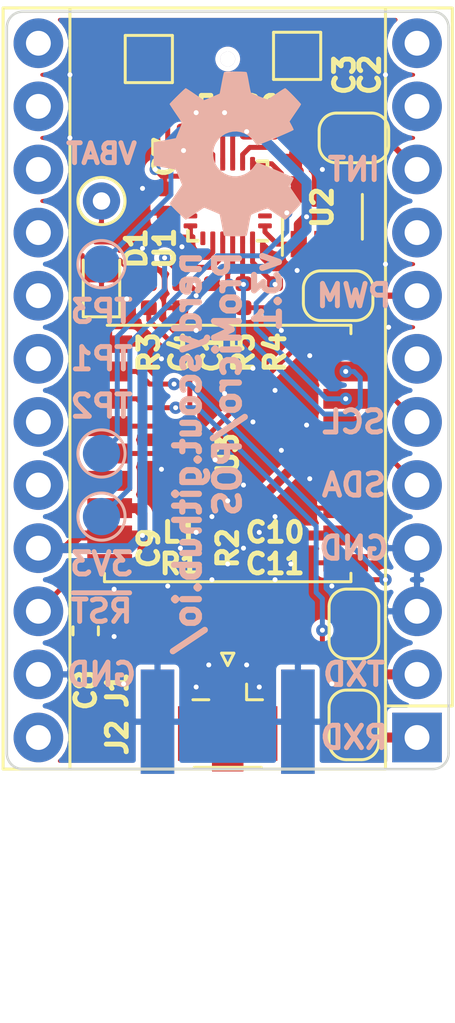
<source format=kicad_pcb>
(kicad_pcb (version 20171130) (host pcbnew 5.1.5+dfsg1-2build2)
  (title_block (title ProMicro_POS) (date 2020-10-12) (rev v3.2))
  (layers (0 F.Cu mixed) (31 B.Cu mixed) (34 B.Paste user) (35 F.Paste user) (36 B.SilkS user) (37 F.SilkS user) (38 B.Mask user) (39 F.Mask user) (44 Edge.Cuts user))
  (net 0 "")
  (net 1 GND)
  (net 2 +3V3)
  (net 3 "Net-(L1-Pad1)")
  (net 4 "Net-(D1-Pad2)")
  (net 5 "Net-(C5-Pad1)")
  (net 6 "Net-(R1-Pad2)")
  (net 7 "Net-(TP1-Pad1)")
  (net 8 "Net-(TP2-Pad1)")
  (net 9 "Net-(TP3-Pad1)")
  (net 10 "Net-(JP1-Pad1)")
  (net 11 "Net-(JP2-Pad1)")
  (net 12 +1V8)
  (net 13 "Net-(C10-Pad1)")
  (net 14 "Net-(C11-Pad1)")
  (net 15 "Net-(JP3-Pad1)")
  (net 16 "Net-(JP4-Pad2)")
  (net 17 "Net-(R3-Pad2)")
  (net 18 "Net-(TP4-Pad1)")
  (net 19 RXD)
  (net 20 TXD)
  (net 21 SDA)
  (net 22 SCL)
  (net 23 PWM)
  (net 24 ~RST)
  (module Symbol:OSHW-Symbol_6.7x6mm_SilkScreen (layer B.Cu) (at 144.78 78.105 270)
    (fp_text reference LOGO1 hide)
    (fp_text value Logo_Open_Hardware_Small hide)
  )
  (module Module:Sparkfun_Pro_Micro (layer F.Cu) (at 152.4 101.6 180)
    (fp_text reference A1 hide)
    (fp_text value Sparkfun_Pro_Micro)
    (pad 1 thru_hole rect (at 0 0 180) (size 2 2) (drill 1) (layers *.Cu *.Mask) (net 19 RXD))
    (pad 2 thru_hole oval (at 0 2.54 180) (size 2 2) (drill 1) (layers *.Cu *.Mask) (net 20 TXD))
    (pad 3 thru_hole oval (at 0 5.08 180) (size 2 2) (drill 1) (layers *.Cu *.Mask) (net 1 GND))
    (pad 13 thru_hole oval (at 15.24 27.94 180) (size 2 2) (drill 1) (layers *.Cu *.Mask))
    (pad 4 thru_hole oval (at 0 7.62 180) (size 2 2) (drill 1) (layers *.Cu *.Mask) (net 1 GND))
    (pad 14 thru_hole oval (at 15.24 25.4 180) (size 2 2) (drill 1) (layers *.Cu *.Mask))
    (pad 5 thru_hole oval (at 0 10.16 180) (size 2 2) (drill 1) (layers *.Cu *.Mask) (net 21 SDA))
    (pad 15 thru_hole oval (at 15.24 22.86 180) (size 2 2) (drill 1) (layers *.Cu *.Mask))
    (pad 6 thru_hole oval (at 0 12.7 180) (size 2 2) (drill 1) (layers *.Cu *.Mask) (net 22 SCL))
    (pad 16 thru_hole oval (at 15.24 20.32 180) (size 2 2) (drill 1) (layers *.Cu *.Mask))
    (pad 7 thru_hole oval (at 0 15.24 180) (size 2 2) (drill 1) (layers *.Cu *.Mask))
    (pad 17 thru_hole oval (at 15.24 17.78 180) (size 2 2) (drill 1) (layers *.Cu *.Mask))
    (pad 8 thru_hole oval (at 0 17.78 180) (size 2 2) (drill 1) (layers *.Cu *.Mask) (net 23 PWM))
    (pad 18 thru_hole oval (at 15.24 15.24 180) (size 2 2) (drill 1) (layers *.Cu *.Mask))
    (pad 9 thru_hole oval (at 0 20.32 180) (size 2 2) (drill 1) (layers *.Cu *.Mask))
    (pad 19 thru_hole oval (at 15.24 12.7 180) (size 2 2) (drill 1) (layers *.Cu *.Mask))
    (pad 10 thru_hole oval (at 0 22.86 180) (size 2 2) (drill 1) (layers *.Cu *.Mask))
    (pad 20 thru_hole oval (at 15.24 10.16 180) (size 2 2) (drill 1) (layers *.Cu *.Mask))
    (pad 11 thru_hole oval (at 0 25.4 180) (size 2 2) (drill 1) (layers *.Cu *.Mask))
    (pad 21 thru_hole oval (at 15.24 7.62 180) (size 2 2) (drill 1) (layers *.Cu *.Mask) (net 2 +3V3))
    (pad 12 thru_hole oval (at 0 27.94 180) (size 2 2) (drill 1) (layers *.Cu *.Mask))
    (pad 22 thru_hole oval (at 15.24 5.08 180) (size 2 2) (drill 1) (layers *.Cu *.Mask) (net 24 ~RST))
    (pad 23 thru_hole oval (at 15.24 2.54 180) (size 2 2) (drill 1) (layers *.Cu *.Mask) (net 1 GND))
    (pad 24 thru_hole oval (at 15.24 0 180) (size 2 2) (drill 1) (layers *.Cu *.Mask))
  )
  (module Resistor_SMD:R_0402_1005Metric (layer F.Cu) (at 145.415 83.82 90)
    (fp_text reference R5 (at -2.286 0 90) (layer F.SilkS) (effects (font (size 0.8 0.8) (thickness 0.2))))
    (fp_text value 4k7 hide)
    (pad 2 smd roundrect (at 0.485 0 90) (size 0.59 0.64) (layers F.Cu F.Paste F.Mask) (net 22 SCL))
    (pad 1 smd roundrect (at -0.485 0 90) (size 0.59 0.64) (layers F.Cu F.Paste F.Mask) (net 2 +3V3))
  )
  (module Resistor_SMD:R_0402_1005Metric (layer F.Cu) (at 146.685 83.82 90)
    (fp_text reference R4 (at -2.286 0 90) (layer F.SilkS) (effects (font (size 0.8 0.8) (thickness 0.2))))
    (fp_text value 4k7 hide)
    (pad 2 smd roundrect (at 0.485 0 90) (size 0.59 0.64) (layers F.Cu F.Paste F.Mask) (net 21 SDA))
    (pad 1 smd roundrect (at -0.485 0 90) (size 0.59 0.64) (layers F.Cu F.Paste F.Mask) (net 2 +3V3))
  )
  (module MountingHole:MountingHole_2.1mm (layer F.Cu) (at 144.78 74.295)
    (fp_text reference H2 hide)
    (fp_text value MountingHole hide)
    (pad "" thru_hole circle (at 0 0) (size 0.6 0.6) (drill 0.6) (layers *.Cu *.Mask))
  )
  (module Package_TO_SOT_SMD:SOT-23-5 (layer F.Cu) (at 148.59 80.645 90)
    (fp_text reference U2 (at 0.381 0 270) (layer F.SilkS) (effects (font (size 0.8 0.8) (thickness 0.2))))
    (fp_text value AP2112K-1.8 hide)
    (pad 5 smd rect (at 1.1 -0.95 90) (size 1.06 0.65) (layers F.Cu F.Paste F.Mask) (net 12 +1V8))
    (pad 4 smd rect (at 1.1 0.95 90) (size 1.06 0.65) (layers F.Cu F.Paste F.Mask))
    (pad 3 smd rect (at -1.1 0.95 90) (size 1.06 0.65) (layers F.Cu F.Paste F.Mask) (net 2 +3V3))
    (pad 2 smd rect (at -1.1 0 90) (size 1.06 0.65) (layers F.Cu F.Paste F.Mask) (net 1 GND))
    (pad 1 smd rect (at -1.1 -0.95 90) (size 1.06 0.65) (layers F.Cu F.Paste F.Mask) (net 2 +3V3))
  )
  (module Capacitor_SMD:C_0402_1005Metric (layer F.Cu) (at 147.574 77.724 90)
    (fp_text reference C3 (at 2.794 1.905 270) (layer F.SilkS) (effects (font (size 0.8 0.8) (thickness 0.2))))
    (fp_text value 100n hide)
    (pad 2 smd roundrect (at 0.485 0 90) (size 0.59 0.64) (layers F.Cu F.Paste F.Mask) (net 1 GND))
    (pad 1 smd roundrect (at -0.485 0 90) (size 0.59 0.64) (layers F.Cu F.Paste F.Mask) (net 12 +1V8))
  )
  (module Capacitor_SMD:C_0402_1005Metric (layer F.Cu) (at 150.876 80.01 90)
    (fp_text reference C2 (at 5.08 -0.381 90) (layer F.SilkS) (effects (font (size 0.8 0.8) (thickness 0.2))))
    (fp_text value 100n hide)
    (pad 2 smd roundrect (at 0.485 0 90) (size 0.59 0.64) (layers F.Cu F.Paste F.Mask) (net 1 GND))
    (pad 1 smd roundrect (at -0.485 0 90) (size 0.59 0.64) (layers F.Cu F.Paste F.Mask) (net 2 +3V3))
  )
  (module Capacitor_SMD:C_0402_1005Metric (layer F.Cu) (at 144.145 83.82 270)
    (fp_text reference C1 (at 2.286 0 270) (layer F.SilkS) (effects (font (size 0.8 0.8) (thickness 0.2))))
    (fp_text value 100n hide)
    (pad 2 smd roundrect (at 0.485 0 270) (size 0.59 0.64) (layers F.Cu F.Paste F.Mask) (net 1 GND))
    (pad 1 smd roundrect (at -0.485 0 270) (size 0.59 0.64) (layers F.Cu F.Paste F.Mask) (net 2 +3V3))
  )
  (module TestPoint:TestPoint_Pad_D1.5mm (layer B.Cu) (at 139.7 92.71)
    (fp_text reference TP2 (at 0 -4.445) (layer B.SilkS) (effects (font (size 0.9 0.9) (thickness 0.2)) (justify mirror)))
    (fp_text value AUX_SCL hide)
    (pad 1 smd circle (at 0 0) (size 1.5 1.5) (layers B.Cu B.Mask) (net 8 "Net-(TP2-Pad1)"))
  )
  (module TestPoint:TestPoint_Pad_D1.5mm (layer B.Cu) (at 139.7 90.17)
    (fp_text reference TP1 (at 0 -3.81) (layer B.SilkS) (effects (font (size 0.9 0.9) (thickness 0.2)) (justify mirror)))
    (fp_text value AUX_SDA hide)
    (pad 1 smd circle (at 0 0) (size 1.5 1.5) (layers B.Cu B.Mask) (net 7 "Net-(TP1-Pad1)"))
  )
  (module TestPoint:TestPoint_Pad_D1.5mm (layer B.Cu) (at 139.7 82.55)
    (fp_text reference TP3 (at 0 1.905 180) (layer B.SilkS) (effects (font (size 0.9 0.9) (thickness 0.2)) (justify mirror)))
    (fp_text value FSYNC hide)
    (pad 1 smd circle (at 0 0) (size 1.5 1.5) (layers B.Cu B.Mask) (net 9 "Net-(TP3-Pad1)"))
  )
  (module TestPoint:TestPoint_THTPad_D1.5mm_Drill0.7mm (layer F.Cu) (at 139.7 80.01)
    (fp_text reference TP4 hide)
    (fp_text value VBAT (at 0 -1.905 -180) (layer B.SilkS) (effects (font (size 0.8 0.8) (thickness 0.2)) (justify mirror)))
    (pad 1 thru_hole circle (at 0 0) (size 1.5 1.5) (drill 0.7) (layers *.Cu *.Mask) (net 18 "Net-(TP4-Pad1)"))
  )
  (module Jumper:SolderJumper-2_P1.3mm_Open_RoundedPad1.0x1.5mm (layer F.Cu) (at 149.86 77.47)
    (fp_text reference JP1 hide)
    (fp_text value SolderJumper_2_Open hide)
    (pad 2 smd custom (at 0.65 0) (size 1 0.5) (layers F.Cu F.Mask) (options (clearance outline) (anchor rect)) (primitives (gr_circle (center 0 0.25) (end 0.5 0.25) (width 0)) (gr_circle (center 0 -0.25) (end 0.5 -0.25) (width 0)) (gr_poly (pts (xy 0 -0.75) (xy -0.5 -0.75) (xy -0.5 0.75) (xy 0 0.75)) (width 0))))
    (pad 1 smd custom (at -0.65 0) (size 1 0.5) (layers F.Cu F.Mask) (net 10 "Net-(JP1-Pad1)") (options (clearance outline) (anchor rect)) (primitives (gr_circle (center 0 0.25) (end 0.5 0.25) (width 0)) (gr_circle (center 0 -0.25) (end 0.5 -0.25) (width 0)) (gr_poly (pts (xy 0 -0.75) (xy 0.5 -0.75) (xy 0.5 0.75) (xy 0 0.75)) (width 0))))
  )
  (module Jumper:SolderJumper-2_P1.3mm_Bridged_RoundedPad1.0x1.5mm (layer F.Cu) (at 149.86 97.028 270)
    (fp_text reference JP3 hide)
    (fp_text value Jumper_NC_Small hide)
    (fp_poly (pts (xy 0.25 -0.3) (xy -0.25 -0.3) (xy -0.25 0.3) (xy 0.25 0.3)) (layer F.Cu) (width 0))
    (pad 1 smd custom (at -0.65 0 270) (size 1 0.5) (layers F.Cu F.Mask) (net 15 "Net-(JP3-Pad1)") (options (clearance outline) (anchor rect)) (primitives (gr_circle (center 0 0.25) (end 0.5 0.25) (width 0)) (gr_circle (center 0 -0.25) (end 0.5 -0.25) (width 0)) (gr_poly (pts (xy 0 -0.75) (xy 0.5 -0.75) (xy 0.5 0.75) (xy 0 0.75)) (width 0))))
    (pad 2 smd custom (at 0.65 0 270) (size 1 0.5) (layers F.Cu F.Mask) (net 20 TXD) (options (clearance outline) (anchor rect)) (primitives (gr_circle (center 0 0.25) (end 0.5 0.25) (width 0)) (gr_circle (center 0 -0.25) (end 0.5 -0.25) (width 0)) (gr_poly (pts (xy 0 -0.75) (xy -0.5 -0.75) (xy -0.5 0.75) (xy 0 0.75)) (width 0))))
  )
  (module Capacitor_SMD:C_0402_1005Metric (layer F.Cu) (at 142.875 83.82 270)
    (fp_text reference C4 (at 2.286 0 90) (layer F.SilkS) (effects (font (size 0.8 0.8) (thickness 0.2))))
    (fp_text value 100n hide)
    (pad 2 smd roundrect (at 0.485 0 270) (size 0.59 0.64) (layers F.Cu F.Paste F.Mask) (net 1 GND))
    (pad 1 smd roundrect (at -0.485 0 270) (size 0.59 0.64) (layers F.Cu F.Paste F.Mask) (net 2 +3V3))
  )
  (module Capacitor_SMD:C_0402_1005Metric (layer F.Cu) (at 142.24 80.01 270)
    (fp_text reference C7 (at -1.778 0 270) (layer F.SilkS) (effects (font (size 0.8 0.8) (thickness 0.2))))
    (fp_text value 100n hide)
    (pad 2 smd roundrect (at 0.485 0 270) (size 0.59 0.64) (layers F.Cu F.Paste F.Mask) (net 1 GND))
    (pad 1 smd roundrect (at -0.485 0 270) (size 0.59 0.64) (layers F.Cu F.Paste F.Mask) (net 2 +3V3))
  )
  (module Capacitor_SMD:C_0402_1005Metric (layer F.Cu) (at 141.097 97.005 270)
    (fp_text reference C9 (at -3.025 -0.508 90) (layer F.SilkS) (effects (font (size 0.8 0.8) (thickness 0.2))))
    (fp_text value 100n hide)
    (pad 2 smd roundrect (at 0.485 0 270) (size 0.59 0.64) (layers F.Cu F.Paste F.Mask) (net 1 GND))
    (pad 1 smd roundrect (at -0.485 0 270) (size 0.59 0.64) (layers F.Cu F.Paste F.Mask) (net 2 +3V3))
  )
  (module Jumper:SolderJumper-2_P1.3mm_Open_RoundedPad1.0x1.5mm (layer F.Cu) (at 149.225 83.82 180)
    (fp_text reference JP4 hide)
    (fp_text value SolderJumper_2_Open hide)
    (pad 2 smd custom (at 0.65 0 180) (size 1 0.5) (layers F.Cu F.Mask) (net 16 "Net-(JP4-Pad2)") (options (clearance outline) (anchor rect)) (primitives (gr_circle (center 0 0.25) (end 0.5 0.25) (width 0)) (gr_circle (center 0 -0.25) (end 0.5 -0.25) (width 0)) (gr_poly (pts (xy 0 -0.75) (xy -0.5 -0.75) (xy -0.5 0.75) (xy 0 0.75)) (width 0))))
    (pad 1 smd custom (at -0.65 0 180) (size 1 0.5) (layers F.Cu F.Mask) (net 23 PWM) (options (clearance outline) (anchor rect)) (primitives (gr_circle (center 0 0.25) (end 0.5 0.25) (width 0)) (gr_circle (center 0 -0.25) (end 0.5 -0.25) (width 0)) (gr_poly (pts (xy 0 -0.75) (xy 0.5 -0.75) (xy 0.5 0.75) (xy 0 0.75)) (width 0))))
  )
  (module TestPoint:TestPoint_Pad_1.5x1.5mm (layer F.Cu) (at 147.574 74.168 90)
    (fp_text reference TP6 hide)
    (fp_text value TestPoint hide)
    (pad 1 smd rect (at 0 0 90) (size 1.5 1.5) (layers F.Cu F.Mask) (net 1 GND))
  )
  (module TestPoint:TestPoint_Pad_1.5x1.5mm (layer F.Cu) (at 141.605 74.295)
    (fp_text reference TP5 hide)
    (fp_text value TestPoint hide)
    (pad 1 smd rect (at 0 0) (size 1.5 1.5) (layers F.Cu F.Mask) (net 1 GND))
  )
  (module Capacitor_SMD:C_0402_1005Metric (layer F.Cu) (at 146.05 77.216)
    (fp_text reference C6 (at 0 -1.016 180) (layer F.SilkS) (effects (font (size 0.8 0.8) (thickness 0.2))))
    (fp_text value 10n hide)
    (pad 2 smd roundrect (at 0.485 0) (size 0.59 0.64) (layers F.Cu F.Paste F.Mask) (net 1 GND))
    (pad 1 smd roundrect (at -0.485 0) (size 0.59 0.64) (layers F.Cu F.Paste F.Mask) (net 2 +3V3))
  )
  (module Capacitor_SMD:C_0402_1005Metric (layer F.Cu) (at 143.51 77.216 180)
    (fp_text reference C5 (at 0 1.016 180) (layer F.SilkS) (effects (font (size 0.8 0.8) (thickness 0.2))))
    (fp_text value 100n hide)
    (pad 2 smd roundrect (at 0.485 0 180) (size 0.59 0.64) (layers F.Cu F.Paste F.Mask) (net 1 GND))
    (pad 1 smd roundrect (at -0.485 0 180) (size 0.59 0.64) (layers F.Cu F.Paste F.Mask) (net 5 "Net-(C5-Pad1)"))
  )
  (module Sensor_Motion:InvenSense_QFN-24_3x3mm_P0.4mm (layer F.Cu) (at 144.78 80.01 180)
    (fp_text reference U1 (at 2.54 -1.905 270) (layer F.SilkS) (effects (font (size 0.8 0.8) (thickness 0.2))))
    (fp_text value MPU-9250 hide)
    (pad 24 smd roundrect (at -1 -1.5 270) (size 0.55 0.2) (layers F.Cu F.Paste F.Mask) (net 21 SDA))
    (pad 23 smd roundrect (at -0.6 -1.5 270) (size 0.55 0.2) (layers F.Cu F.Paste F.Mask) (net 22 SCL))
    (pad 22 smd roundrect (at -0.2 -1.5 270) (size 0.55 0.2) (layers F.Cu F.Paste F.Mask) (net 2 +3V3))
    (pad 21 smd roundrect (at 0.2 -1.5 270) (size 0.55 0.2) (layers F.Cu F.Paste F.Mask) (net 7 "Net-(TP1-Pad1)"))
    (pad 20 smd roundrect (at 0.6 -1.5 270) (size 0.55 0.2) (layers F.Cu F.Paste F.Mask) (net 1 GND))
    (pad 19 smd roundrect (at 1 -1.5 270) (size 0.55 0.2) (layers F.Cu F.Paste F.Mask))
    (pad 18 smd roundrect (at 1.5 -1 180) (size 0.55 0.2) (layers F.Cu F.Paste F.Mask) (net 1 GND))
    (pad 17 smd roundrect (at 1.5 -0.6 180) (size 0.55 0.2) (layers F.Cu F.Paste F.Mask))
    (pad 16 smd roundrect (at 1.5 -0.2 180) (size 0.55 0.2) (layers F.Cu F.Paste F.Mask))
    (pad 15 smd roundrect (at 1.5 0.2 180) (size 0.55 0.2) (layers F.Cu F.Paste F.Mask))
    (pad 14 smd roundrect (at 1.5 0.6 180) (size 0.55 0.2) (layers F.Cu F.Paste F.Mask))
    (pad 13 smd roundrect (at 1.5 1 180) (size 0.55 0.2) (layers F.Cu F.Paste F.Mask) (net 2 +3V3))
    (pad 12 smd roundrect (at 1 1.5 270) (size 0.55 0.2) (layers F.Cu F.Paste F.Mask) (net 10 "Net-(JP1-Pad1)"))
    (pad 11 smd roundrect (at 0.6 1.5 270) (size 0.55 0.2) (layers F.Cu F.Paste F.Mask) (net 9 "Net-(TP3-Pad1)"))
    (pad 10 smd roundrect (at 0.2 1.5 270) (size 0.55 0.2) (layers F.Cu F.Paste F.Mask) (net 5 "Net-(C5-Pad1)"))
    (pad 9 smd roundrect (at -0.2 1.5 270) (size 0.55 0.2) (layers F.Cu F.Paste F.Mask) (net 2 +3V3))
    (pad 8 smd roundrect (at -0.6 1.5 270) (size 0.55 0.2) (layers F.Cu F.Paste F.Mask) (net 12 +1V8))
    (pad 7 smd roundrect (at -1 1.5 270) (size 0.55 0.2) (layers F.Cu F.Paste F.Mask) (net 8 "Net-(TP2-Pad1)"))
    (pad 6 smd roundrect (at -1.5 1 180) (size 0.55 0.2) (layers F.Cu F.Paste F.Mask))
    (pad 5 smd roundrect (at -1.5 0.6 180) (size 0.55 0.2) (layers F.Cu F.Paste F.Mask))
    (pad 4 smd roundrect (at -1.5 0.2 180) (size 0.55 0.2) (layers F.Cu F.Paste F.Mask))
    (pad 3 smd roundrect (at -1.5 -0.2 180) (size 0.55 0.2) (layers F.Cu F.Paste F.Mask))
    (pad 2 smd roundrect (at -1.5 -0.6 180) (size 0.55 0.2) (layers F.Cu F.Paste F.Mask))
    (pad 1 smd roundrect (at -1.5 -1 180) (size 0.55 0.2) (layers F.Cu F.Paste F.Mask) (net 2 +3V3))
  )
  (module Jumper:SolderJumper-2_P1.3mm_Open_RoundedPad1.0x1.5mm (layer F.Cu) (at 149.86 101.092 270)
    (fp_text reference JP2 hide)
    (fp_text value Jumper_NO_Small hide)
    (pad 2 smd custom (at 0.65 0 270) (size 1 0.5) (layers F.Cu F.Mask) (net 19 RXD) (options (clearance outline) (anchor rect)) (primitives (gr_circle (center 0 0.25) (end 0.5 0.25) (width 0)) (gr_circle (center 0 -0.25) (end 0.5 -0.25) (width 0)) (gr_poly (pts (xy 0 -0.75) (xy -0.5 -0.75) (xy -0.5 0.75) (xy 0 0.75)) (width 0))))
    (pad 1 smd custom (at -0.65 0 270) (size 1 0.5) (layers F.Cu F.Mask) (net 11 "Net-(JP2-Pad1)") (options (clearance outline) (anchor rect)) (primitives (gr_circle (center 0 0.25) (end 0.5 0.25) (width 0)) (gr_circle (center 0 -0.25) (end 0.5 -0.25) (width 0)) (gr_poly (pts (xy 0 -0.75) (xy 0.5 -0.75) (xy 0.5 0.75) (xy 0 0.75)) (width 0))))
  )
  (module Connector_Coaxial:U.FL_Hirose_U.FL-R-SMT-1_Vertical (layer F.Cu) (at 144.78 100.965 270)
    (fp_text reference J1 (at -1.27 4.445 90) (layer F.SilkS) (effects (font (size 0.8 0.8) (thickness 0.2))))
    (fp_text value uFL)
    (pad 2 smd rect (at 0.475 -1.475 270) (size 2.2 1.05) (layers F.Cu F.Paste F.Mask) (net 1 GND))
    (pad 1 smd rect (at -1.05 0 270) (size 1.05 1) (layers F.Cu F.Paste F.Mask) (net 14 "Net-(C11-Pad1)"))
    (pad 2 smd rect (at 0.475 1.475 270) (size 2.2 1.05) (layers F.Cu F.Paste F.Mask) (net 1 GND))
  )
  (module Resistor_SMD:R_0402_1005Metric (layer F.Cu) (at 141.605 83.82 270)
    (fp_text reference R3 (at 2.286 0 90) (layer F.SilkS) (effects (font (size 0.8 0.8) (thickness 0.2))))
    (fp_text value 1k hide)
    (pad 2 smd roundrect (at 0.485 0 270) (size 0.59 0.64) (layers F.Cu F.Paste F.Mask) (net 17 "Net-(R3-Pad2)"))
    (pad 1 smd roundrect (at -0.485 0 270) (size 0.59 0.64) (layers F.Cu F.Paste F.Mask) (net 4 "Net-(D1-Pad2)"))
  )
  (module LED_SMD:LED_0603_1608Metric (layer F.Cu) (at 139.7 83.185 90)
    (fp_text reference D1 (at 1.27 1.397 270) (layer F.SilkS) (effects (font (size 0.8 0.8) (thickness 0.2))))
    (fp_text value LED hide)
    (pad 2 smd roundrect (at 0.7875 0 90) (size 0.875 0.95) (layers F.Cu F.Paste F.Mask) (net 4 "Net-(D1-Pad2)"))
    (pad 1 smd roundrect (at -0.7875 0 90) (size 0.875 0.95) (layers F.Cu F.Paste F.Mask) (net 1 GND))
  )
  (module Capacitor_SMD:C_0603_1608Metric (layer F.Cu) (at 139.065 97.3075 270)
    (fp_text reference C8 (at 2.3875 0 90) (layer F.SilkS) (effects (font (size 0.8 0.8) (thickness 0.2))))
    (fp_text value 4,7µ hide)
    (pad 2 smd roundrect (at 0.7875 0 270) (size 0.875 0.95) (layers F.Cu F.Paste F.Mask) (net 1 GND))
    (pad 1 smd roundrect (at -0.7875 0 270) (size 0.875 0.95) (layers F.Cu F.Paste F.Mask) (net 2 +3V3))
  )
  (module Resistor_SMD:R_0402_1005Metric (layer F.Cu) (at 142.875 96.52)
    (fp_text reference R1 (at -0.023 -1.905) (layer F.SilkS) (effects (font (size 0.8 0.8) (thickness 0.2))))
    (fp_text value 10 hide)
    (pad 2 smd roundrect (at 0.485 0) (size 0.59 0.64) (layers F.Cu F.Paste F.Mask) (net 6 "Net-(R1-Pad2)"))
    (pad 1 smd roundrect (at -0.485 0) (size 0.59 0.64) (layers F.Cu F.Paste F.Mask) (net 3 "Net-(L1-Pad1)"))
  )
  (module Inductor_SMD:L_0402_1005Metric (layer F.Cu) (at 142.875 97.79)
    (fp_text reference L1 (at 0 -4.445) (layer F.SilkS) (effects (font (size 0.8 0.8) (thickness 0.2))))
    (fp_text value 27n hide)
    (pad 2 smd roundrect (at 0.485 0) (size 0.59 0.64) (layers F.Cu F.Paste F.Mask) (net 14 "Net-(C11-Pad1)"))
    (pad 1 smd roundrect (at -0.485 0) (size 0.59 0.64) (layers F.Cu F.Paste F.Mask) (net 3 "Net-(L1-Pad1)"))
  )
  (module Resistor_SMD:R_0402_1005Metric (layer F.Cu) (at 144.78 97.155 90)
    (fp_text reference R2 (at 3.175 0 90) (layer F.SilkS) (effects (font (size 0.8 0.8) (thickness 0.2))))
    (fp_text value 0 hide)
    (pad 2 smd roundrect (at 0.485 0 90) (size 0.59 0.64) (layers F.Cu F.Paste F.Mask) (net 13 "Net-(C10-Pad1)"))
    (pad 1 smd roundrect (at -0.485 0 90) (size 0.59 0.64) (layers F.Cu F.Paste F.Mask) (net 14 "Net-(C11-Pad1)"))
  )
  (module Capacitor_SMD:C_0402_1005Metric (layer F.Cu) (at 146.685 97.79)
    (fp_text reference C11 (at 0 -3.175 180) (layer F.SilkS) (effects (font (size 0.8 0.8) (thickness 0.2))))
    (fp_text value DNP hide)
    (pad 2 smd roundrect (at 0.485 0) (size 0.59 0.64) (layers F.Cu F.Paste F.Mask) (net 1 GND))
    (pad 1 smd roundrect (at -0.485 0) (size 0.59 0.64) (layers F.Cu F.Paste F.Mask) (net 14 "Net-(C11-Pad1)"))
  )
  (module Capacitor_SMD:C_0402_1005Metric (layer F.Cu) (at 146.685 96.52)
    (fp_text reference C10 (at 0 -3.175 180) (layer F.SilkS) (effects (font (size 0.8 0.8) (thickness 0.2))))
    (fp_text value DNP hide)
    (pad 2 smd roundrect (at 0.485 0) (size 0.59 0.64) (layers F.Cu F.Paste F.Mask) (net 1 GND))
    (pad 1 smd roundrect (at -0.485 0) (size 0.59 0.64) (layers F.Cu F.Paste F.Mask) (net 13 "Net-(C10-Pad1)"))
  )
  (module Connector_Coaxial:SMA_Samtec_SMA-J-P-H-ST-EM1_EdgeMount (layer F.Cu) (at 144.78 100.965 270)
    (fp_text reference J2 (at 0.635 4.445 90) (layer F.SilkS) (effects (font (size 0.8 0.8) (thickness 0.2))))
    (fp_text value Coax)
    (pad 1 smd rect (at 0.2 0) (size 1.27 3.6) (layers F.Cu F.Paste F.Mask) (net 14 "Net-(C11-Pad1)"))
    (pad 2 smd rect (at 0 -2.825) (size 1.35 4.2) (layers F.Cu F.Paste F.Mask) (net 1 GND))
    (pad 2 smd rect (at 0 2.825) (size 1.35 4.2) (layers F.Cu F.Paste F.Mask) (net 1 GND))
    (pad 2 smd rect (at 0 -2.825) (size 1.35 4.2) (layers B.Cu B.Paste B.Mask) (net 1 GND))
    (pad 2 smd rect (at 0 2.825) (size 1.35 4.2) (layers B.Cu B.Paste B.Mask) (net 1 GND))
  )
  (module RF_GPS:ublox_MAX (layer F.Cu) (at 144.78 90.17)
    (fp_text reference U3 (at 0 0 90 unlocked) (layer F.SilkS) (effects (font (size 0.8 0.8) (thickness 0.2))))
    (fp_text value SIM28ML hide)
    (pad 1 smd rect (at -4.75 -4.4) (size 1.8 0.7) (layers F.Cu F.Paste F.Mask) (net 1 GND))
    (pad 2 smd rect (at -4.75 -3.3) (size 1.8 0.8) (layers F.Cu F.Paste F.Mask) (net 15 "Net-(JP3-Pad1)"))
    (pad 3 smd rect (at -4.75 -2.2) (size 1.8 0.8) (layers F.Cu F.Paste F.Mask) (net 11 "Net-(JP2-Pad1)"))
    (pad 4 smd rect (at -4.75 -1.1) (size 1.8 0.8) (layers F.Cu F.Paste F.Mask) (net 17 "Net-(R3-Pad2)"))
    (pad 5 smd rect (at -4.75 0) (size 1.8 0.8) (layers F.Cu F.Paste F.Mask) (net 16 "Net-(JP4-Pad2)"))
    (pad 6 smd rect (at -4.75 1.1) (size 1.8 0.8) (layers F.Cu F.Paste F.Mask) (net 18 "Net-(TP4-Pad1)"))
    (pad 7 smd rect (at -4.75 2.2) (size 1.8 0.8) (layers F.Cu F.Paste F.Mask) (net 2 +3V3))
    (pad 8 smd rect (at -4.75 3.3) (size 1.8 0.8) (layers F.Cu F.Paste F.Mask) (net 2 +3V3))
    (pad 9 smd rect (at -4.75 4.4) (size 1.8 0.7) (layers F.Cu F.Paste F.Mask) (net 24 ~RST))
    (pad 10 smd rect (at 4.75 4.4) (size 1.8 0.7) (layers F.Cu F.Paste F.Mask) (net 1 GND))
    (pad 11 smd rect (at 4.75 3.3) (size 1.8 0.8) (layers F.Cu F.Paste F.Mask) (net 13 "Net-(C10-Pad1)"))
    (pad 12 smd rect (at 4.75 2.2) (size 1.8 0.8) (layers F.Cu F.Paste F.Mask) (net 1 GND))
    (pad 13 smd rect (at 4.75 1.1) (size 1.8 0.8) (layers F.Cu F.Paste F.Mask))
    (pad 14 smd rect (at 4.75 0) (size 1.8 0.8) (layers F.Cu F.Paste F.Mask) (net 6 "Net-(R1-Pad2)"))
    (pad 15 smd rect (at 4.75 -1.1) (size 1.8 0.8) (layers F.Cu F.Paste F.Mask))
    (pad 16 smd rect (at 4.75 -2.2) (size 1.8 0.8) (layers F.Cu F.Paste F.Mask) (net 21 SDA))
    (pad 17 smd rect (at 4.75 -3.3) (size 1.8 0.8) (layers F.Cu F.Paste F.Mask) (net 22 SCL))
    (pad 18 smd rect (at 4.75 -4.4) (size 1.8 0.7) (layers F.Cu F.Paste F.Mask))
  )
  (gr_text INT (at 149.86 78.74) (layer B.SilkS) (effects (font (size 0.9 0.9) (thickness 0.2)) (justify mirror)))
  (gr_text PWM (at 149.86 83.82) (layer B.SilkS) (effects (font (size 0.9 0.9) (thickness 0.2)) (justify mirror)))
  (gr_text 3V3 (at 139.7 94.615) (layer B.SilkS) (effects (font (size 0.9 0.9) (thickness 0.2)) (justify mirror)))
  (gr_text ~RST (at 139.7 96.52) (layer B.SilkS) (effects (font (size 0.9 0.9) (thickness 0.2)) (justify mirror)))
  (gr_text GND (at 139.7 99.06) (layer B.SilkS) (effects (font (size 0.9 0.9) (thickness 0.2)) (justify mirror)))
  (gr_text RXD (at 149.86 101.6) (layer B.SilkS) (effects (font (size 0.9 0.9) (thickness 0.2)) (justify mirror)))
  (gr_text TXD (at 149.86 99.06) (layer B.SilkS) (effects (font (size 0.9 0.9) (thickness 0.2)) (justify mirror)))
  (gr_text GND (at 149.86 93.98) (layer B.SilkS) (effects (font (size 0.9 0.9) (thickness 0.2)) (justify mirror)))
  (gr_text SDA (at 149.86 91.44) (layer B.SilkS) (effects (font (size 0.9 0.9) (thickness 0.2)) (justify mirror)))
  (gr_text SCL (at 149.86 88.9) (layer B.SilkS) (effects (font (size 0.9 0.9) (thickness 0.2)) (justify mirror)))
  (gr_line (start 153.67 73.025) (end 153.67 102.235) (layer Edge.Cuts) (width 0.1))
  (gr_text "nerdyscout.github.io/\nProMicro/POS\nv3.1" (at 144.78 81.915 90) (layer B.SilkS) (effects (font (size 1 1) (thickness 0.25)) (justify left mirror)))
  (gr_arc (start 136.525 102.235) (end 135.89 102.235) (angle -90) (layer Edge.Cuts) (width 0.1))
  (gr_arc (start 136.525 73.025) (end 136.525 72.39) (angle -90) (layer Edge.Cuts) (width 0.1))
  (gr_arc (start 153.035 73.025) (end 153.67 73.025) (angle -90) (layer Edge.Cuts) (width 0.1))
  (gr_arc (start 153.035 102.235) (end 153.035 102.87) (angle -90) (layer Edge.Cuts) (width 0.1))
  (gr_line (start 136.525 72.39) (end 153.035 72.39) (layer Edge.Cuts) (width 0.1))
  (gr_line (start 135.89 102.235) (end 135.89 73.025) (layer Edge.Cuts) (width 0.1))
  (gr_line (start 153.035 102.87) (end 136.525 102.87) (layer Edge.Cuts) (width 0.1))
  (segment (start 151.13 77.47) (end 150.495 77.47) (width 0.25) (layer F.Cu) (net 0))
  (segment (start 152.4 78.74) (end 151.13 77.47) (width 0.25) (layer F.Cu) (net 0))
  (via (at 144.018 98.679) (size 0.5) (drill 0.2) (layers F.Cu B.Cu) (net 1))
  (via (at 145.542 98.679) (size 0.5) (drill 0.2) (layers F.Cu B.Cu) (net 1))
  (via (at 146.05 99.568) (size 0.5) (drill 0.2) (layers F.Cu B.Cu) (net 1))
  (via (at 143.51 99.568) (size 0.5) (drill 0.2) (layers F.Cu B.Cu) (net 1))
  (via (at 148.082 91.186) (size 0.5) (drill 0.2) (layers F.Cu B.Cu) (net 1))
  (via (at 144.145 95.25) (size 0.5) (drill 0.2) (layers F.Cu B.Cu) (net 1))
  (via (at 142.367 95.504) (size 0.5) (drill 0.2) (layers F.Cu B.Cu) (net 1))
  (via (at 140.208 97.536) (size 0.5) (drill 0.2) (layers F.Cu B.Cu) (net 1))
  (via (at 144.272 90.424) (size 0.5) (drill 0.2) (layers F.Cu B.Cu) (net 1))
  (via (at 145.415 91.44) (size 0.5) (drill 0.2) (layers F.Cu B.Cu) (net 1))
  (via (at 151.257 85.09) (size 0.5) (drill 0.2) (layers F.Cu B.Cu) (net 1))
  (via (at 146.939 90.043) (size 0.5) (drill 0.2) (layers F.Cu B.Cu) (net 1))
  (via (at 145.796 88.9) (size 0.5) (drill 0.2) (layers F.Cu B.Cu) (net 1))
  (via (at 146.685 92.71) (size 0.5) (drill 0.2) (layers F.Cu B.Cu) (net 1))
  (via (at 142.875 93.98) (size 0.5) (drill 0.2) (layers F.Cu B.Cu) (net 1))
  (via (at 144.78 94.615) (size 0.5) (drill 0.2) (layers F.Cu B.Cu) (net 1))
  (via (at 145.415 93.98) (size 0.5) (drill 0.2) (layers F.Cu B.Cu) (net 1))
  (via (at 146.05 93.345) (size 0.5) (drill 0.2) (layers F.Cu B.Cu) (net 1))
  (via (at 144.78 92.075) (size 0.5) (drill 0.2) (layers F.Cu B.Cu) (net 1))
  (via (at 144.145 92.71) (size 0.5) (drill 0.2) (layers F.Cu B.Cu) (net 1))
  (via (at 143.51 93.345) (size 0.5) (drill 0.2) (layers F.Cu B.Cu) (net 1))
  (via (at 146.685 95.25) (size 0.5) (drill 0.2) (layers F.Cu B.Cu) (net 1))
  (via (at 147.32 94.615) (size 0.5) (drill 0.2) (layers F.Cu B.Cu) (net 1))
  (via (at 147.955 89.027) (size 0.5) (drill 0.2) (layers F.Cu B.Cu) (net 1))
  (via (at 148.971 99.441) (size 0.5) (drill 0.2) (layers F.Cu B.Cu) (net 1))
  (via (at 140.589 99.441) (size 0.5) (drill 0.2) (layers F.Cu B.Cu) (net 1))
  (via (at 148.082 86.233) (size 0.5) (drill 0.2) (layers F.Cu B.Cu) (net 1))
  (via (at 144.653 87.757) (size 0.5) (drill 0.2) (layers F.Cu B.Cu) (net 1))
  (via (at 140.208 95.631) (size 0.5) (drill 0.2) (layers F.Cu B.Cu) (net 1))
  (via (at 148.971 95.504) (size 0.5) (drill 0.2) (layers F.Cu B.Cu) (net 1))
  (via (at 142.9385 81.8515) (size 0.45) (drill 0.2) (layers F.Cu B.Cu) (net 1))
  (via (at 142.113 86.36) (size 0.45) (drill 0.2) (layers F.Cu B.Cu) (net 1))
  (via (at 142.113 90.805) (size 0.45) (drill 0.2) (layers F.Cu B.Cu) (net 1))
  (via (at 143.51 85.217) (size 0.45) (drill 0.2) (layers F.Cu B.Cu) (net 1))
  (via (at 145.796 86.741) (size 0.45) (drill 0.2) (layers F.Cu B.Cu) (net 1))
  (via (at 146.685 87.63) (size 0.45) (drill 0.2) (layers F.Cu B.Cu) (net 1))
  (via (at 146.939 85.217) (size 0.45) (drill 0.2) (layers F.Cu B.Cu) (net 1))
  (via (at 147.574 82.804) (size 0.45) (drill 0.2) (layers F.Cu B.Cu) (net 1))
  (via (at 143.51 76.454) (size 0.45) (drill 0.2) (layers F.Cu B.Cu) (net 1))
  (via (at 144.653 76.454) (size 0.45) (drill 0.2) (layers F.Cu B.Cu) (net 1))
  (via (at 148.59 78.74) (size 0.45) (drill 0.2) (layers F.Cu B.Cu) (net 1))
  (via (at 141.351 81.915) (size 0.45) (drill 0.2) (layers F.Cu B.Cu) (net 1))
  (via (at 138.43 77.47) (size 0.45) (drill 0.2) (layers F.Cu B.Cu) (net 1))
  (via (at 138.43 74.93) (size 0.45) (drill 0.2) (layers F.Cu B.Cu) (net 1))
  (via (at 151.13 74.93) (size 0.45) (drill 0.2) (layers F.Cu B.Cu) (net 1))
  (via (at 151.13 82.55) (size 0.45) (drill 0.2) (layers F.Cu B.Cu) (net 1))
  (via (at 141.351 79.502) (size 0.45) (drill 0.2) (layers F.Cu B.Cu) (net 1))
  (via (at 140.716 83.947) (size 0.5) (drill 0.2) (layers F.Cu B.Cu) (net 1))
  (segment (start 138.29137 93.98) (end 137.16 93.98) (width 0.4) (layer F.Cu) (net 2))
  (segment (start 140.03 93.47) (end 138.80137 93.47) (width 0.4) (layer F.Cu) (net 2))
  (segment (start 138.80137 93.47) (end 138.29137 93.98) (width 0.4) (layer F.Cu) (net 2))
  (segment (start 141.097 96.52) (end 140.208 96.52) (width 0.4) (layer F.Cu) (net 2))
  (segment (start 140.208 96.52) (end 139.065 96.52) (width 0.4) (layer F.Cu) (net 2))
  (via (at 141.348994 93.47) (size 0.5) (drill 0.2) (layers F.Cu B.Cu) (net 2))
  (segment (start 137.16 93.98) (end 140.838994 93.98) (width 0.4) (layer B.Cu) (net 2))
  (segment (start 140.838994 93.98) (end 141.098995 93.719999) (width 0.4) (layer B.Cu) (net 2))
  (segment (start 141.097 96.52) (end 141.097 96.125) (width 0.4) (layer F.Cu) (net 2))
  (segment (start 141.098995 93.719999) (end 141.348994 93.47) (width 0.4) (layer B.Cu) (net 2))
  (segment (start 141.348994 95.873006) (end 141.348994 93.47) (width 0.4) (layer F.Cu) (net 2))
  (segment (start 141.097 96.125) (end 141.348994 95.873006) (width 0.4) (layer F.Cu) (net 2))
  (segment (start 141.13 92.37) (end 140.03 92.37) (width 0.4) (layer F.Cu) (net 2))
  (segment (start 141.351 92.591) (end 141.13 92.37) (width 0.4) (layer F.Cu) (net 2))
  (segment (start 141.351 93.216) (end 141.351 92.591) (width 0.4) (layer F.Cu) (net 2))
  (segment (start 141.348994 93.218006) (end 141.348994 93.47) (width 0.4) (layer F.Cu) (net 2))
  (segment (start 141.348994 93.47) (end 139.956 93.47) (width 0.4) (layer F.Cu) (net 2))
  (via (at 145.542 77.216) (size 0.45) (drill 0.2) (layers F.Cu B.Cu) (net 2))
  (segment (start 145.161 77.216) (end 144.98 77.397) (width 0.2) (layer F.Cu) (net 2))
  (segment (start 144.98 77.397) (end 144.98 78.51) (width 0.2) (layer F.Cu) (net 2))
  (segment (start 145.542 77.216) (end 145.161 77.216) (width 0.2) (layer F.Cu) (net 2))
  (segment (start 146.28 81.256) (end 146.28 81.01) (width 0.2) (layer F.Cu) (net 2))
  (segment (start 146.769 81.745) (end 146.28 81.256) (width 0.2) (layer F.Cu) (net 2))
  (segment (start 147.64 81.745) (end 146.769 81.745) (width 0.2) (layer F.Cu) (net 2))
  (segment (start 146.685 84.305) (end 146.073 84.305) (width 0.2) (layer F.Cu) (net 2))
  (segment (start 145.415 84.305) (end 146.073 84.305) (width 0.2) (layer F.Cu) (net 2))
  (segment (start 144.757 83.335) (end 144.145 83.335) (width 0.2) (layer F.Cu) (net 2))
  (segment (start 144.78 83.312) (end 144.757 83.335) (width 0.2) (layer F.Cu) (net 2))
  (segment (start 144.78 84.074) (end 144.78 83.312) (width 0.2) (layer F.Cu) (net 2))
  (segment (start 145.415 84.305) (end 145.011 84.305) (width 0.2) (layer F.Cu) (net 2))
  (segment (start 145.011 84.305) (end 144.78 84.074) (width 0.2) (layer F.Cu) (net 2))
  (segment (start 144.145 83.335) (end 143.825 83.335) (width 0.2) (layer F.Cu) (net 2))
  (segment (start 143.195 83.335) (end 143.51 83.65) (width 0.2) (layer F.Cu) (net 2))
  (segment (start 143.825 83.335) (end 143.51 83.65) (width 0.2) (layer F.Cu) (net 2))
  (segment (start 142.875 83.335) (end 143.195 83.335) (width 0.2) (layer F.Cu) (net 2))
  (segment (start 143.51 83.65) (end 143.51 83.82) (width 0.2) (layer F.Cu) (net 2))
  (via (at 143.51 83.82) (size 0.45) (drill 0.2) (layers F.Cu B.Cu) (net 2))
  (segment (start 141.351 85.979) (end 143.51 83.82) (width 0.4) (layer B.Cu) (net 2))
  (segment (start 141.351 86.36) (end 141.351 85.979) (width 0.4) (layer B.Cu) (net 2))
  (segment (start 141.348994 86.362006) (end 141.351 86.36) (width 0.4) (layer B.Cu) (net 2))
  (segment (start 141.348994 93.47) (end 141.348994 86.362006) (width 0.4) (layer B.Cu) (net 2))
  (segment (start 144.78 83.185) (end 144.78 83.312) (width 0.2) (layer F.Cu) (net 2))
  (segment (start 144.78 82.931) (end 144.78 83.185) (width 0.2) (layer F.Cu) (net 2))
  (segment (start 144.98 82.731) (end 144.78 82.931) (width 0.2) (layer F.Cu) (net 2))
  (segment (start 144.98 81.51) (end 144.98 82.731) (width 0.2) (layer F.Cu) (net 2))
  (segment (start 147.955 80.645) (end 149.352 80.645) (width 0.4) (layer F.Cu) (net 2))
  (segment (start 147.64 80.96) (end 147.955 80.645) (width 0.4) (layer F.Cu) (net 2))
  (segment (start 147.64 81.745) (end 147.64 80.96) (width 0.4) (layer F.Cu) (net 2))
  (segment (start 150.114 80.518) (end 150.853 80.518) (width 0.4) (layer F.Cu) (net 2))
  (segment (start 149.987 80.645) (end 150.114 80.518) (width 0.4) (layer F.Cu) (net 2))
  (segment (start 150.853 80.518) (end 150.876 80.495) (width 0.4) (layer F.Cu) (net 2))
  (segment (start 149.352 80.645) (end 149.987 80.645) (width 0.4) (layer F.Cu) (net 2))
  (segment (start 149.54 80.711) (end 149.606 80.645) (width 0.4) (layer F.Cu) (net 2))
  (segment (start 149.54 81.745) (end 149.54 80.711) (width 0.4) (layer F.Cu) (net 2))
  (via (at 147.955 80.645) (size 0.45) (drill 0.2) (layers F.Cu B.Cu) (net 2))
  (segment (start 146.3675 82.7405) (end 147.955 81.153) (width 0.4) (layer B.Cu) (net 2))
  (segment (start 144.5895 82.7405) (end 146.3675 82.7405) (width 0.4) (layer B.Cu) (net 2))
  (segment (start 143.51 83.82) (end 144.5895 82.7405) (width 0.4) (layer B.Cu) (net 2))
  (segment (start 147.955 81.153) (end 147.955 80.645) (width 0.4) (layer B.Cu) (net 2))
  (segment (start 142.875 77.216) (end 141.859 78.232) (width 0.4) (layer B.Cu) (net 2))
  (segment (start 145.542 77.216) (end 142.875 77.216) (width 0.4) (layer B.Cu) (net 2))
  (segment (start 141.859 78.421802) (end 141.859 78.74) (width 0.4) (layer B.Cu) (net 2))
  (segment (start 141.859 78.232) (end 141.859 78.421802) (width 0.4) (layer B.Cu) (net 2))
  (via (at 141.859 78.74) (size 0.45) (drill 0.2) (layers F.Cu B.Cu) (net 2))
  (segment (start 142.129 79.01) (end 141.859 78.74) (width 0.2) (layer F.Cu) (net 2))
  (segment (start 142.256 79.01) (end 142.256 79.486) (width 0.2) (layer F.Cu) (net 2))
  (segment (start 143.28 79.01) (end 142.256 79.01) (width 0.2) (layer F.Cu) (net 2))
  (segment (start 142.256 79.01) (end 142.129 79.01) (width 0.2) (layer F.Cu) (net 2))
  (segment (start 145.923 77.216) (end 145.542 77.216) (width 0.4) (layer B.Cu) (net 2))
  (segment (start 147.955 79.248) (end 145.923 77.216) (width 0.4) (layer B.Cu) (net 2))
  (segment (start 147.955 80.645) (end 147.955 79.248) (width 0.4) (layer B.Cu) (net 2))
  (segment (start 142.39 97.79) (end 142.39 97.305) (width 0.4) (layer F.Cu) (net 3))
  (segment (start 142.39 96.52) (end 142.39 97.305) (width 0.4) (layer F.Cu) (net 3))
  (segment (start 140.716 82.677) (end 140.4365 82.3975) (width 0.2) (layer F.Cu) (net 4))
  (segment (start 140.716 82.931) (end 140.716 82.677) (width 0.2) (layer F.Cu) (net 4))
  (segment (start 140.4365 82.3975) (end 139.7 82.3975) (width 0.2) (layer F.Cu) (net 4))
  (segment (start 141.12 83.335) (end 140.716 82.931) (width 0.2) (layer F.Cu) (net 4))
  (segment (start 141.605 83.335) (end 141.12 83.335) (width 0.2) (layer F.Cu) (net 4))
  (segment (start 144.58 77.397) (end 144.399 77.216) (width 0.2) (layer F.Cu) (net 5))
  (segment (start 144.58 78.51) (end 144.58 77.397) (width 0.2) (layer F.Cu) (net 5))
  (segment (start 143.995 77.216) (end 144.399 77.216) (width 0.2) (layer F.Cu) (net 5))
  (segment (start 147.955 90.17) (end 149.53 90.17) (width 0.4) (layer F.Cu) (net 6))
  (segment (start 143.36 96.52) (end 143.36 94.765) (width 0.4) (layer F.Cu) (net 6))
  (segment (start 143.36 94.765) (end 147.955 90.17) (width 0.4) (layer F.Cu) (net 6))
  (via (at 142.24 82.296) (size 0.45) (drill 0.2) (layers F.Cu B.Cu) (net 7))
  (segment (start 142.621 82.677) (end 142.24 82.296) (width 0.2) (layer F.Cu) (net 7))
  (segment (start 144.145 82.677) (end 142.621 82.677) (width 0.2) (layer F.Cu) (net 7))
  (segment (start 144.58 82.242) (end 144.145 82.677) (width 0.2) (layer F.Cu) (net 7))
  (segment (start 144.58 81.51) (end 144.58 82.242) (width 0.2) (layer F.Cu) (net 7))
  (segment (start 142.24 83.566) (end 142.24 82.296) (width 0.2) (layer B.Cu) (net 7))
  (segment (start 140.335 85.471) (end 142.24 83.566) (width 0.2) (layer B.Cu) (net 7))
  (segment (start 140.335 89.535) (end 140.335 85.471) (width 0.2) (layer B.Cu) (net 7))
  (segment (start 139.7 90.17) (end 140.335 89.535) (width 0.2) (layer B.Cu) (net 7))
  (via (at 147.158717 80.483662) (size 0.45) (drill 0.2) (layers F.Cu B.Cu) (net 8))
  (segment (start 140.843 91.567) (end 139.7 92.71) (width 0.2) (layer B.Cu) (net 8))
  (segment (start 140.843 85.725) (end 140.843 91.567) (width 0.2) (layer B.Cu) (net 8))
  (segment (start 144.35299 82.21501) (end 140.843 85.725) (width 0.2) (layer B.Cu) (net 8))
  (segment (start 146.185868 82.21501) (end 144.35299 82.21501) (width 0.2) (layer B.Cu) (net 8))
  (segment (start 147.158717 81.242161) (end 146.185868 82.21501) (width 0.2) (layer B.Cu) (net 8))
  (segment (start 147.158717 80.483662) (end 147.158717 81.242161) (width 0.2) (layer B.Cu) (net 8))
  (segment (start 146.939 80.263945) (end 147.158717 80.483662) (width 0.2) (layer F.Cu) (net 8))
  (segment (start 146.54999 78.51) (end 146.939 78.89901) (width 0.2) (layer F.Cu) (net 8))
  (segment (start 146.939 78.89901) (end 146.939 80.263945) (width 0.2) (layer F.Cu) (net 8))
  (segment (start 145.78 78.51) (end 146.54999 78.51) (width 0.2) (layer F.Cu) (net 8))
  (segment (start 144.18 78.51) (end 144.18 78.14) (width 0.2) (layer F.Cu) (net 9))
  (segment (start 143.97499 77.93499) (end 143.42601 77.93499) (width 0.2) (layer F.Cu) (net 9))
  (segment (start 144.18 78.14) (end 143.97499 77.93499) (width 0.2) (layer F.Cu) (net 9))
  (via (at 143.002 77.978) (size 0.45) (drill 0.2) (layers F.Cu B.Cu) (net 9))
  (segment (start 143.383 77.978) (end 143.002 77.978) (width 0.2) (layer F.Cu) (net 9))
  (segment (start 143.42601 77.93499) (end 143.383 77.978) (width 0.2) (layer F.Cu) (net 9))
  (segment (start 143.002 77.978) (end 142.494 78.486) (width 0.2) (layer B.Cu) (net 9))
  (segment (start 142.494 78.486) (end 142.494 79.756) (width 0.2) (layer B.Cu) (net 9))
  (segment (start 142.494 79.756) (end 139.7 82.55) (width 0.2) (layer B.Cu) (net 9))
  (segment (start 148.463 75.819) (end 149.225 76.581) (width 0.2) (layer F.Cu) (net 10))
  (segment (start 143.002 75.819) (end 148.463 75.819) (width 0.2) (layer F.Cu) (net 10))
  (segment (start 142.367 76.454) (end 143.002 75.819) (width 0.2) (layer F.Cu) (net 10))
  (segment (start 142.367 78.232) (end 142.367 76.454) (width 0.2) (layer F.Cu) (net 10))
  (segment (start 142.645 78.51) (end 142.367 78.232) (width 0.2) (layer F.Cu) (net 10))
  (segment (start 149.225 76.581) (end 149.225 77.47) (width 0.2) (layer F.Cu) (net 10))
  (segment (start 143.78 78.51) (end 142.645 78.51) (width 0.2) (layer F.Cu) (net 10))
  (segment (start 142.330947 88.3285) (end 142.6845 88.3285) (width 0.2) (layer F.Cu) (net 11))
  (segment (start 141.13 87.97) (end 141.4885 88.3285) (width 0.2) (layer F.Cu) (net 11))
  (segment (start 141.4885 88.3285) (end 142.330947 88.3285) (width 0.2) (layer F.Cu) (net 11))
  (segment (start 140.03 87.97) (end 141.13 87.97) (width 0.2) (layer F.Cu) (net 11))
  (via (at 142.6845 88.3285) (size 0.5) (drill 0.2) (layers F.Cu B.Cu) (net 11))
  (segment (start 148.59 97.635553) (end 148.59 97.282) (width 0.2) (layer F.Cu) (net 11))
  (segment (start 148.59 97.889553) (end 148.59 97.635553) (width 0.2) (layer F.Cu) (net 11))
  (segment (start 149.86 99.159553) (end 148.59 97.889553) (width 0.2) (layer F.Cu) (net 11))
  (segment (start 149.86 100.3) (end 149.86 99.159553) (width 0.2) (layer F.Cu) (net 11))
  (via (at 148.59 97.282) (size 0.5) (drill 0.2) (layers F.Cu B.Cu) (net 11))
  (segment (start 148.59 96.012) (end 148.59 97.282) (width 0.2) (layer B.Cu) (net 11))
  (segment (start 148.340001 95.762001) (end 148.59 96.012) (width 0.2) (layer B.Cu) (net 11))
  (segment (start 148.340001 93.095001) (end 148.340001 95.762001) (width 0.2) (layer B.Cu) (net 11))
  (segment (start 143.5735 88.3285) (end 148.340001 93.095001) (width 0.2) (layer B.Cu) (net 11))
  (segment (start 142.6845 88.3285) (end 143.5735 88.3285) (width 0.2) (layer B.Cu) (net 11))
  (segment (start 145.669 77.851) (end 146.558 77.851) (width 0.2) (layer F.Cu) (net 12))
  (segment (start 145.38 78.14) (end 145.669 77.851) (width 0.2) (layer F.Cu) (net 12))
  (segment (start 145.38 78.51) (end 145.38 78.14) (width 0.2) (layer F.Cu) (net 12))
  (segment (start 146.916 78.209) (end 146.558 77.851) (width 0.2) (layer F.Cu) (net 12))
  (segment (start 147.574 78.209) (end 146.916 78.209) (width 0.2) (layer F.Cu) (net 12))
  (segment (start 147.64 79.545) (end 147.64 78.806) (width 0.4) (layer F.Cu) (net 12))
  (segment (start 147.574 78.74) (end 147.574 78.232) (width 0.4) (layer F.Cu) (net 12))
  (segment (start 147.64 78.806) (end 147.574 78.74) (width 0.4) (layer F.Cu) (net 12))
  (segment (start 144.78 96.67) (end 144.78 95.885) (width 0.4) (layer F.Cu) (net 13))
  (segment (start 147.195 93.47) (end 144.78 95.885) (width 0.4) (layer F.Cu) (net 13))
  (segment (start 149.53 93.47) (end 147.195 93.47) (width 0.4) (layer F.Cu) (net 13))
  (segment (start 146.2 96.52) (end 145.415 96.52) (width 0.4) (layer F.Cu) (net 13))
  (segment (start 145.265 96.67) (end 145.415 96.52) (width 0.4) (layer F.Cu) (net 13))
  (segment (start 144.78 96.67) (end 145.265 96.67) (width 0.4) (layer F.Cu) (net 13))
  (segment (start 143.891 97.79) (end 143.36 97.79) (width 0.4) (layer F.Cu) (net 14))
  (segment (start 144.018 97.79) (end 143.891 97.79) (width 0.4) (layer F.Cu) (net 14))
  (segment (start 144.168 97.64) (end 144.018 97.79) (width 0.4) (layer F.Cu) (net 14))
  (segment (start 144.78 97.64) (end 144.168 97.64) (width 0.4) (layer F.Cu) (net 14))
  (segment (start 145.415 97.663) (end 144.78 97.663) (width 0.4) (layer F.Cu) (net 14))
  (segment (start 145.542 97.79) (end 145.415 97.663) (width 0.4) (layer F.Cu) (net 14))
  (segment (start 146.2 97.79) (end 145.542 97.79) (width 0.4) (layer F.Cu) (net 14))
  (segment (start 144.78 97.663) (end 144.78 99.915) (width 0.4) (layer F.Cu) (net 14))
  (via (at 151.13 95.25) (size 0.5) (drill 0.2) (layers F.Cu B.Cu) (net 15))
  (segment (start 141.636 87.376) (end 142.621 87.376) (width 0.2) (layer F.Cu) (net 15))
  (segment (start 141.13 86.87) (end 141.636 87.376) (width 0.2) (layer F.Cu) (net 15))
  (segment (start 140.03 86.87) (end 141.13 86.87) (width 0.2) (layer F.Cu) (net 15))
  (via (at 142.621 87.376) (size 0.5) (drill 0.2) (layers F.Cu B.Cu) (net 15))
  (segment (start 143.256 87.376) (end 142.621 87.376) (width 0.2) (layer B.Cu) (net 15))
  (segment (start 151.13 95.25) (end 143.256 87.376) (width 0.2) (layer B.Cu) (net 15))
  (segment (start 149.86 95.758) (end 150.368 95.25) (width 0.2) (layer F.Cu) (net 15))
  (segment (start 150.368 95.25) (end 151.13 95.25) (width 0.2) (layer F.Cu) (net 15))
  (segment (start 149.86 96.505) (end 149.86 95.758) (width 0.2) (layer F.Cu) (net 15))
  (segment (start 143.256 90.17) (end 140.03 90.17) (width 0.2) (layer F.Cu) (net 16))
  (segment (start 147.701 85.725) (end 143.256 90.17) (width 0.2) (layer F.Cu) (net 16))
  (segment (start 147.701 84.8995) (end 147.701 85.725) (width 0.2) (layer F.Cu) (net 16))
  (segment (start 148.575 84.0255) (end 147.701 84.8995) (width 0.2) (layer F.Cu) (net 16))
  (segment (start 148.575 83.82) (end 148.575 84.0255) (width 0.2) (layer F.Cu) (net 16))
  (segment (start 141.605 84.798502) (end 141.605 84.455) (width 0.2) (layer F.Cu) (net 17))
  (segment (start 143.256 86.449502) (end 141.605 84.798502) (width 0.2) (layer F.Cu) (net 17))
  (segment (start 143.256 88.773) (end 143.256 86.449502) (width 0.2) (layer F.Cu) (net 17))
  (segment (start 142.959 89.07) (end 143.256 88.773) (width 0.2) (layer F.Cu) (net 17))
  (segment (start 140.03 89.07) (end 142.959 89.07) (width 0.2) (layer F.Cu) (net 17))
  (segment (start 139.7 80.899) (end 139.7 80.01) (width 0.2) (layer F.Cu) (net 18))
  (segment (start 138.557 82.042) (end 139.7 80.899) (width 0.2) (layer F.Cu) (net 18))
  (segment (start 138.557 90.897) (end 138.557 82.042) (width 0.2) (layer F.Cu) (net 18))
  (segment (start 138.93 91.27) (end 138.557 90.897) (width 0.2) (layer F.Cu) (net 18))
  (segment (start 140.03 91.27) (end 138.93 91.27) (width 0.2) (layer F.Cu) (net 18))
  (segment (start 152.4 101.6) (end 149.86 101.6) (width 0.4) (layer F.Cu) (net 19))
  (segment (start 149.86 97.805) (end 149.86 98.425) (width 0.4) (layer F.Cu) (net 20))
  (segment (start 149.86 98.425) (end 150.495 99.06) (width 0.4) (layer F.Cu) (net 20))
  (segment (start 150.495 99.06) (end 152.4 99.06) (width 0.4) (layer F.Cu) (net 20))
  (segment (start 151.003 88.343) (end 151.003 90.043) (width 0.2) (layer F.Cu) (net 21))
  (segment (start 151.003 90.043) (end 152.4 91.44) (width 0.2) (layer F.Cu) (net 21))
  (segment (start 149.53 87.97) (end 150.63 87.97) (width 0.2) (layer F.Cu) (net 21))
  (segment (start 150.63 87.97) (end 151.003 88.343) (width 0.2) (layer F.Cu) (net 21))
  (via (at 149.53 87.97) (size 0.5) (drill 0.2) (layers F.Cu B.Cu) (net 21))
  (via (at 146.685 83.36551) (size 0.45) (drill 0.2) (layers F.Cu B.Cu) (net 21))
  (segment (start 146.685 83.335) (end 146.685 83.36551) (width 0.2) (layer F.Cu) (net 21))
  (segment (start 146.67501 83.36551) (end 146.685 83.36551) (width 0.2) (layer F.Cu) (net 21))
  (segment (start 145.78 81.51) (end 145.78 82.4705) (width 0.2) (layer F.Cu) (net 21))
  (segment (start 145.78 82.4705) (end 146.67501 83.36551) (width 0.2) (layer F.Cu) (net 21))
  (segment (start 145.923 84.12751) (end 146.685 83.36551) (width 0.2) (layer B.Cu) (net 21))
  (segment (start 145.923 85.142002) (end 145.923 84.12751) (width 0.2) (layer B.Cu) (net 21))
  (segment (start 148.750998 87.97) (end 145.923 85.142002) (width 0.2) (layer B.Cu) (net 21))
  (segment (start 149.53 87.97) (end 148.750998 87.97) (width 0.2) (layer B.Cu) (net 21))
  (segment (start 151.003 87.503) (end 152.4 88.9) (width 0.2) (layer F.Cu) (net 22))
  (segment (start 151.003 86.995) (end 151.003 87.503) (width 0.2) (layer F.Cu) (net 22))
  (segment (start 149.53 86.87) (end 150.878 86.87) (width 0.2) (layer F.Cu) (net 22))
  (segment (start 150.878 86.87) (end 151.003 86.995) (width 0.2) (layer F.Cu) (net 22))
  (via (at 149.53 86.87) (size 0.5) (drill 0.2) (layers F.Cu B.Cu) (net 22))
  (segment (start 145.415 85.344) (end 145.415 83.683708) (width 0.2) (layer B.Cu) (net 22))
  (segment (start 145.415 83.683708) (end 145.415 83.36551) (width 0.2) (layer B.Cu) (net 22))
  (segment (start 149.7965 88.5825) (end 148.6535 88.5825) (width 0.2) (layer B.Cu) (net 22))
  (segment (start 150.114 88.265) (end 149.7965 88.5825) (width 0.2) (layer B.Cu) (net 22))
  (segment (start 150.114 87.122) (end 150.114 88.265) (width 0.2) (layer B.Cu) (net 22))
  (segment (start 148.6535 88.5825) (end 145.415 85.344) (width 0.2) (layer B.Cu) (net 22))
  (segment (start 149.862 86.87) (end 150.114 87.122) (width 0.2) (layer B.Cu) (net 22))
  (segment (start 149.53 86.87) (end 149.862 86.87) (width 0.2) (layer B.Cu) (net 22))
  (segment (start 145.38 81.51) (end 145.38 83.33051) (width 0.2) (layer F.Cu) (net 22))
  (via (at 145.415 83.36551) (size 0.45) (drill 0.2) (layers F.Cu B.Cu) (net 22))
  (segment (start 149.875 83.82) (end 152.4 83.82) (width 0.25) (layer F.Cu) (net 23))
  (segment (start 138.176 95.504) (end 137.16 96.52) (width 0.2) (layer F.Cu) (net 24))
  (segment (start 140.03 94.57) (end 139.11 94.57) (width 0.2) (layer F.Cu) (net 24))
  (segment (start 139.11 94.57) (end 138.176 95.504) (width 0.2) (layer F.Cu) (net 24))
  (zone (net 1) (net_name GND) (layer F.Cu) (connect_pads (clearance 0.2)) (min_thickness 0.15) (fill yes (arc_segments 32) (thermal_gap 0.25) (thermal_bridge_width 0.2))
    (polygon (pts (xy 135.89 72.39) (xy 153.67 72.39) (xy 153.669998 102.87) (xy 135.89 102.87)))
  )
  (zone (net 1) (net_name GND) (layer B.Cu) (connect_pads (clearance 0.2)) (min_thickness 0.2) (fill yes (arc_segments 32) (thermal_gap 0.2) (thermal_bridge_width 0.25))
    (polygon (pts (xy 135.89 72.39) (xy 153.67 72.39) (xy 153.669998 102.87) (xy 135.89 102.87)))
  )
  (zone (net 0) (net_name "") (layer B.Cu) (connect_pads (clearance 0.254)) (min_thickness 0.254)
    (keepout (tracks not_allowed) (vias not_allowed) (copperpour not_allowed))
    (fill (arc_segments 32) (thermal_gap 0.508) (thermal_bridge_width 0.508))
    (polygon (pts (xy 146.685 81.28) (xy 146.05 81.915) (xy 143.51 81.915) (xy 142.875 81.28) (xy 142.875 78.74) (xy 143.51 78.105) (xy 146.05 78.105) (xy 146.685 78.74)))
  )
  (zone (net 0) (net_name "") (layer F.Cu) (connect_pads (clearance 0.2)) (min_thickness 0.15)
    (keepout (tracks allowed) (vias allowed) (copperpour not_allowed))
    (fill (arc_segments 32) (thermal_gap 0.2) (thermal_bridge_width 0.2))
    (polygon (pts (xy 143.51 78.74) (xy 146.05 78.74) (xy 146.05 81.28) (xy 143.51 81.28)))
  )
)
</source>
